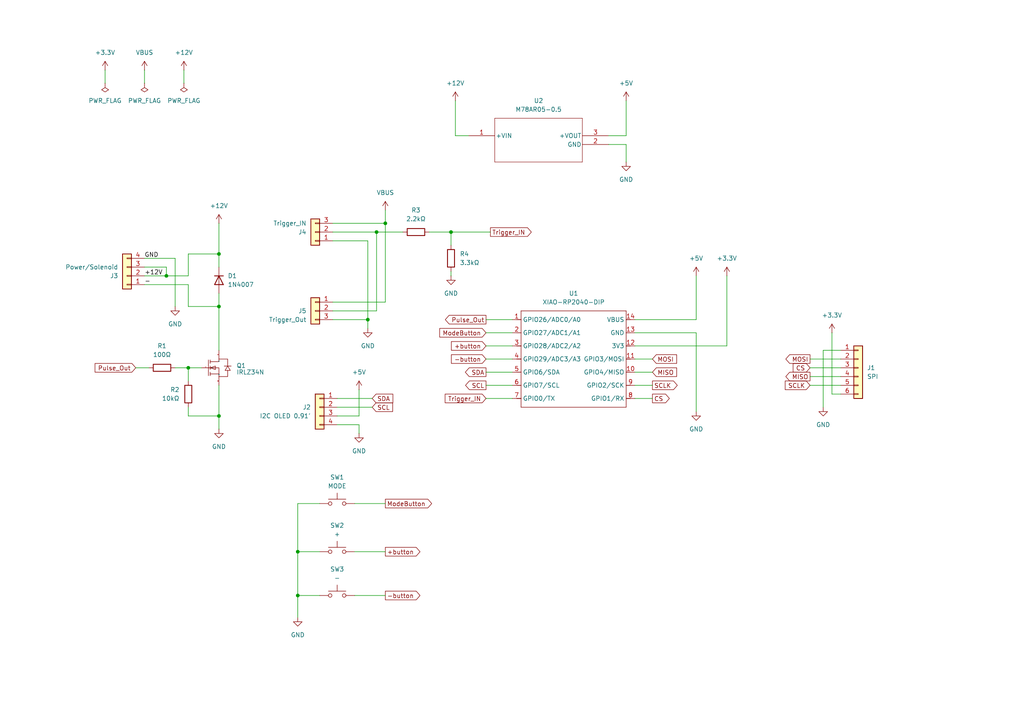
<source format=kicad_sch>
(kicad_sch (version 20231120) (generator "eeschema") (generator_version "8.0")
  (paper "A4")
  (title_block (title "XIAO PluseCreate PCB") (date "2025-02-19") (rev "1.03") (company "Chibi-T International") (comment 1 "Tomohiro Kusu"))
  (lib_symbols
    (symbol "2SK2232:2SK2232"
      (property "Reference" "Q" (at 0 0 0))
      (symbol "2SK2232_1_0"
        (polyline (pts (xy -3.048 2.286) (xy -3.048 -2.286)))
        (polyline (pts (xy -2.54 -2.286) (xy -2.54 -1.27)))
        (polyline (pts (xy -2.54 -0.508) (xy -2.54 0.508)))
        (polyline (pts (xy -2.54 2.286) (xy -2.54 1.27)))
        (polyline (pts (xy 0 -1.778) (xy -2.54 -1.778)))
        (polyline (pts (xy -2.54 0) (xy -1.016 -0.508) (xy -1.016 -0.508) (xy -1.016 0.508) (xy -1.016 0.508) (xy -2.54 0)))
        (polyline (pts (xy 2.54 0.508) (xy 1.778 -0.762) (xy 1.778 -0.762) (xy 3.302 -0.762) (xy 3.302 -0.762) (xy 2.54 0.508)))
        (polyline (pts (xy 3.556 0.508) (xy 3.048 0.508) (xy 3.048 0.508) (xy 2.032 0.508) (xy 2.032 0.508) (xy 1.524 0.508)))
        (polyline (pts (xy -2.54 0) (xy 0 0) (xy 0 0) (xy 0 -2.54) (xy 0 -2.54) (xy 2.54 -2.54) (xy 2.54 -2.54) (xy 2.54 -0.762)))
        (polyline (pts (xy -2.54 1.778) (xy 0 1.778) (xy 0 1.778) (xy 0 2.54) (xy 0 2.54) (xy 2.54 2.54) (xy 2.54 2.54) (xy 2.54 0.508)))
        (pin unspecified line (at -5.08 0 0) (length 2.54) (name "G") (number "1"))
        (pin unspecified line (at 0 5.08 270) (length 2.54) (name "D") (number "2"))
        (pin unspecified line (at 0 -5.08 90) (length 2.54) (name "S") (number "3"))
      )
    )
    (symbol "Connector_Generic:Conn_01x03" (pin_names (offset 1.016) hide)
      (property "Reference" "J" (at 0 5.08 0))
      (property "Value" "Conn_01x03" (at 0 -5.08 0))
      (symbol "Conn_01x03_1_1"
        (rectangle (start -1.27 -2.413) (end 0 -2.667) (stroke (width 0.1524)))
        (rectangle (start -1.27 0.127) (end 0 -0.127) (stroke (width 0.1524)))
        (rectangle (start -1.27 2.667) (end 0 2.413) (stroke (width 0.1524)))
        (rectangle (start -1.27 3.81) (end 1.27 -3.81) (stroke (width 0.254)) (fill (type background)))
        (pin passive line (at -5.08 2.54 0) (length 3.81) (name "Pin_1") (number "1"))
        (pin passive line (at -5.08 0 0) (length 3.81) (name "Pin_2") (number "2"))
        (pin passive line (at -5.08 -2.54 0) (length 3.81) (name "Pin_3") (number "3"))
      )
    )
    (symbol "Connector_Generic:Conn_01x04" (pin_names (offset 1.016) hide)
      (property "Reference" "J" (at 0 5.08 0))
      (property "Value" "Conn_01x04" (at 0 -7.62 0))
      (symbol "Conn_01x04_1_1"
        (rectangle (start -1.27 -4.953) (end 0 -5.207) (stroke (width 0.1524)))
        (rectangle (start -1.27 -2.413) (end 0 -2.667) (stroke (width 0.1524)))
        (rectangle (start -1.27 0.127) (end 0 -0.127) (stroke (width 0.1524)))
        (rectangle (start -1.27 2.667) (end 0 2.413) (stroke (width 0.1524)))
        (rectangle (start -1.27 3.81) (end 1.27 -6.35) (stroke (width 0.254)) (fill (type background)))
        (pin passive line (at -5.08 2.54 0) (length 3.81) (name "Pin_1") (number "1"))
        (pin passive line (at -5.08 0 0) (length 3.81) (name "Pin_2") (number "2"))
        (pin passive line (at -5.08 -2.54 0) (length 3.81) (name "Pin_3") (number "3"))
        (pin passive line (at -5.08 -5.08 0) (length 3.81) (name "Pin_4") (number "4"))
      )
    )
    (symbol "Connector_Generic:Conn_01x06" (pin_names (offset 1.016) hide)
      (property "Reference" "J" (at 0 7.62 0))
      (property "Value" "Conn_01x06" (at 0 -10.16 0))
      (symbol "Conn_01x06_1_1"
        (rectangle (start -1.27 -7.493) (end 0 -7.747) (stroke (width 0.1524)))
        (rectangle (start -1.27 -4.953) (end 0 -5.207) (stroke (width 0.1524)))
        (rectangle (start -1.27 -2.413) (end 0 -2.667) (stroke (width 0.1524)))
        (rectangle (start -1.27 0.127) (end 0 -0.127) (stroke (width 0.1524)))
        (rectangle (start -1.27 2.667) (end 0 2.413) (stroke (width 0.1524)))
        (rectangle (start -1.27 5.207) (end 0 4.953) (stroke (width 0.1524)))
        (rectangle (start -1.27 6.35) (end 1.27 -8.89) (stroke (width 0.254)) (fill (type background)))
        (pin passive line (at -5.08 5.08 0) (length 3.81) (name "Pin_1") (number "1"))
        (pin passive line (at -5.08 2.54 0) (length 3.81) (name "Pin_2") (number "2"))
        (pin passive line (at -5.08 0 0) (length 3.81) (name "Pin_3") (number "3"))
        (pin passive line (at -5.08 -2.54 0) (length 3.81) (name "Pin_4") (number "4"))
        (pin passive line (at -5.08 -5.08 0) (length 3.81) (name "Pin_5") (number "5"))
        (pin passive line (at -5.08 -7.62 0) (length 3.81) (name "Pin_6") (number "6"))
      )
    )
    (symbol "Device:R" (pin_numbers hide) (pin_names (offset 0))
      (property "Reference" "R" (at 2.032 0 90))
      (property "Value" "R" (at 0 0 90))
      (symbol "R_0_1"
        (rectangle (start -1.016 -2.54) (end 1.016 2.54) (stroke (width 0.254)))
      )
      (symbol "R_1_1"
        (pin passive line (at 0 3.81 270) (length 1.27) (name "~") (number "1"))
        (pin passive line (at 0 -3.81 90) (length 1.27) (name "~") (number "2"))
      )
    )
    (symbol "Diode:1N4007" (pin_numbers hide) (pin_names hide)
      (property "Reference" "D" (at 0 2.54 0))
      (property "Value" "1N4007" (at 0 -2.54 0))
      (symbol "1N4007_0_1"
        (polyline (pts (xy -1.27 1.27) (xy -1.27 -1.27)) (stroke (width 0.254)))
        (polyline (pts (xy 1.27 0) (xy -1.27 0)))
        (polyline (pts (xy 1.27 1.27) (xy 1.27 -1.27) (xy -1.27 0) (xy 1.27 1.27)) (stroke (width 0.254)))
      )
      (symbol "1N4007_1_1"
        (pin passive line (at -3.81 0 0) (length 2.54) (name "K") (number "1"))
        (pin passive line (at 3.81 0 180) (length 2.54) (name "A") (number "2"))
      )
    )
    (symbol "M78AR05-0.5:M78AR05-0.5" (pin_names (offset 0.254))
      (property "Reference" "U2" (at 20.32 10.16 0))
      (property "Value" "M78AR05-0.5" (at 20.32 7.62 0))
      (symbol "M78AR05-0.5_0_1"
        (polyline (pts (xy 7.62 -7.62) (xy 33.02 -7.62)) (stroke (width 0.127)))
        (polyline (pts (xy 7.62 5.08) (xy 7.62 -7.62)) (stroke (width 0.127)))
        (polyline (pts (xy 33.02 -7.62) (xy 33.02 5.08)) (stroke (width 0.127)))
        (polyline (pts (xy 33.02 5.08) (xy 7.62 5.08)) (stroke (width 0.127)))
        (pin power_in line (at 0 0 0) (length 7.62) (name "+VIN") (number "1"))
        (pin power_out line (at 40.64 -2.54 180) (length 7.62) (name "GND") (number "2"))
      )
      (symbol "M78AR05-0.5_1_1"
        (pin power_out line (at 40.64 0 180) (length 7.62) (name "+VOUT") (number "3"))
      )
    )
    (symbol "Seeed_Studio_XIAO_Series:XIAO-RP2040-DIP"
      (property "Reference" "U" (at 0 0 0))
      (property "Value" "XIAO-RP2040-DIP" (at 5.334 -1.778 0))
      (symbol "XIAO-RP2040-DIP_1_0"
        (polyline (pts (xy -1.27 -30.48) (xy -1.27 -16.51)) (stroke (width 0.1524)))
        (polyline (pts (xy -1.27 -27.94) (xy -2.54 -27.94)) (stroke (width 0.1524)))
        (polyline (pts (xy -1.27 -24.13) (xy -2.54 -24.13)) (stroke (width 0.1524)))
        (polyline (pts (xy -1.27 -20.32) (xy -2.54 -20.32)) (stroke (width 0.1524)))
        (polyline (pts (xy -1.27 -16.51) (xy -2.54 -16.51)) (stroke (width 0.1524)))
        (polyline (pts (xy -1.27 -16.51) (xy -1.27 -12.7)) (stroke (width 0.1524)))
        (polyline (pts (xy -1.27 -12.7) (xy -2.54 -12.7)) (stroke (width 0.1524)))
        (polyline (pts (xy -1.27 -12.7) (xy -1.27 -8.89)) (stroke (width 0.1524)))
        (polyline (pts (xy -1.27 -8.89) (xy -2.54 -8.89)) (stroke (width 0.1524)))
        (polyline (pts (xy -1.27 -8.89) (xy -1.27 -5.08)) (stroke (width 0.1524)))
        (polyline (pts (xy -1.27 -5.08) (xy -2.54 -5.08)) (stroke (width 0.1524)))
        (polyline (pts (xy -1.27 -5.08) (xy -1.27 -2.54)) (stroke (width 0.1524)))
        (polyline (pts (xy -1.27 -2.54) (xy 29.21 -2.54)) (stroke (width 0.1524)))
        (polyline (pts (xy 29.21 -30.48) (xy -1.27 -30.48)) (stroke (width 0.1524)))
        (polyline (pts (xy 29.21 -12.7) (xy 29.21 -30.48)) (stroke (width 0.1524)))
        (polyline (pts (xy 29.21 -8.89) (xy 29.21 -12.7)) (stroke (width 0.1524)))
        (polyline (pts (xy 29.21 -5.08) (xy 29.21 -8.89)) (stroke (width 0.1524)))
        (polyline (pts (xy 29.21 -2.54) (xy 29.21 -5.08)) (stroke (width 0.1524)))
        (polyline (pts (xy 30.48 -27.94) (xy 29.21 -27.94)) (stroke (width 0.1524)))
        (polyline (pts (xy 30.48 -24.13) (xy 29.21 -24.13)) (stroke (width 0.1524)))
        (polyline (pts (xy 30.48 -20.32) (xy 29.21 -20.32)) (stroke (width 0.1524)))
        (polyline (pts (xy 30.48 -16.51) (xy 29.21 -16.51)) (stroke (width 0.1524)))
        (polyline (pts (xy 30.48 -12.7) (xy 29.21 -12.7)) (stroke (width 0.1524)))
        (polyline (pts (xy 30.48 -8.89) (xy 29.21 -8.89)) (stroke (width 0.1524)))
        (polyline (pts (xy 30.48 -5.08) (xy 29.21 -5.08)) (stroke (width 0.1524)))
        (pin passive line (at -3.81 -5.08 0) (length 2.54) (name "GPIO26/ADC0/A0") (number "1"))
        (pin passive line (at 31.75 -20.32 180) (length 2.54) (name "GPIO4/MISO") (number "10"))
        (pin passive line (at 31.75 -16.51 180) (length 2.54) (name "GPIO3/MOSI") (number "11"))
        (pin passive line (at 31.75 -12.7 180) (length 2.54) (name "3V3") (number "12"))
        (pin passive line (at 31.75 -8.89 180) (length 2.54) (name "GND") (number "13"))
        (pin passive line (at 31.75 -5.08 180) (length 2.54) (name "VBUS") (number "14"))
        (pin passive line (at -3.81 -8.89 0) (length 2.54) (name "GPIO27/ADC1/A1") (number "2"))
        (pin passive line (at -3.81 -12.7 0) (length 2.54) (name "GPIO28/ADC2/A2") (number "3"))
        (pin passive line (at -3.81 -16.51 0) (length 2.54) (name "GPIO29/ADC3/A3") (number "4"))
        (pin passive line (at -3.81 -20.32 0) (length 2.54) (name "GPIO6/SDA") (number "5"))
        (pin passive line (at -3.81 -24.13 0) (length 2.54) (name "GPIO7/SCL") (number "6"))
        (pin passive line (at -3.81 -27.94 0) (length 2.54) (name "GPIO0/TX") (number "7"))
        (pin passive line (at 31.75 -27.94 180) (length 2.54) (name "GPIO1/RX") (number "8"))
        (pin passive line (at 31.75 -24.13 180) (length 2.54) (name "GPIO2/SCK") (number "9"))
      )
    )
    (symbol "Switch:SW_Push" (pin_numbers hide) (pin_names (offset 1.016) hide)
      (property "Reference" "SW" (at 1.27 2.54 0))
      (property "Value" "SW_Push" (at 0 -1.524 0))
      (symbol "SW_Push_0_1"
        (circle (center -2.032 0) (radius 0.508))
        (polyline (pts (xy 0 1.27) (xy 0 3.048)))
        (polyline (pts (xy 2.54 1.27) (xy -2.54 1.27)))
        (circle (center 2.032 0) (radius 0.508))
        (pin passive line (at -5.08 0 0) (length 2.54) (name "1") (number "1"))
        (pin passive line (at 5.08 0 180) (length 2.54) (name "2") (number "2"))
      )
    )
    (symbol "power:+12V" (power) (pin_numbers hide) (pin_names (offset 0) hide)
      (property "Value" "+12V" (at 0 3.556 0))
      (symbol "+12V_0_1"
        (polyline (pts (xy -0.762 1.27) (xy 0 2.54)))
        (polyline (pts (xy 0 0) (xy 0 2.54)))
        (polyline (pts (xy 0 2.54) (xy 0.762 1.27)))
      )
      (symbol "+12V_1_1"
        (pin power_in line (at 0 0 90) (length 0) (name "~") (number "1"))
      )
    )
    (symbol "power:+3.3V" (power) (pin_numbers hide) (pin_names (offset 0) hide)
      (property "Value" "+3.3V" (at 0 3.556 0))
      (symbol "+3.3V_0_1"
        (polyline (pts (xy -0.762 1.27) (xy 0 2.54)))
        (polyline (pts (xy 0 0) (xy 0 2.54)))
        (polyline (pts (xy 0 2.54) (xy 0.762 1.27)))
      )
      (symbol "+3.3V_1_1"
        (pin power_in line (at 0 0 90) (length 0) (name "~") (number "1"))
      )
    )
    (symbol "power:+5V" (power) (pin_numbers hide) (pin_names (offset 0) hide)
      (property "Value" "+5V" (at 0 3.556 0))
      (symbol "+5V_0_1"
        (polyline (pts (xy -0.762 1.27) (xy 0 2.54)))
        (polyline (pts (xy 0 0) (xy 0 2.54)))
        (polyline (pts (xy 0 2.54) (xy 0.762 1.27)))
      )
      (symbol "+5V_1_1"
        (pin power_in line (at 0 0 90) (length 0) (name "~") (number "1"))
      )
    )
    (symbol "power:GND" (power) (pin_numbers hide) (pin_names (offset 0) hide)
      (property "Value" "GND" (at 0 -3.81 0))
      (symbol "GND_0_1"
        (polyline (pts (xy 0 0) (xy 0 -1.27) (xy 1.27 -1.27) (xy 0 -2.54) (xy -1.27 -1.27) (xy 0 -1.27)))
      )
      (symbol "GND_1_1"
        (pin power_in line (at 0 0 270) (length 0) (name "~") (number "1"))
      )
    )
    (symbol "power:PWR_FLAG" (power) (pin_numbers hide) (pin_names (offset 0) hide)
      (property "Value" "PWR_FLAG" (at 0 3.81 0))
      (symbol "PWR_FLAG_0_0"
        (pin power_out line (at 0 0 90) (length 0) (name "~") (number "1"))
      )
      (symbol "PWR_FLAG_0_1"
        (polyline (pts (xy 0 0) (xy 0 1.27) (xy -1.016 1.905) (xy 0 2.54) (xy 1.016 1.905) (xy 0 1.27)))
      )
    )
    (symbol "power:VBUS" (power) (pin_numbers hide) (pin_names (offset 0) hide)
      (property "Value" "VBUS" (at 0 3.556 0))
      (symbol "VBUS_0_1"
        (polyline (pts (xy -0.762 1.27) (xy 0 2.54)))
        (polyline (pts (xy 0 0) (xy 0 2.54)))
        (polyline (pts (xy 0 2.54) (xy 0.762 1.27)))
      )
      (symbol "VBUS_1_1"
        (pin power_in line (at 0 0 90) (length 0) (name "~") (number "1"))
      )
    )
  )
  (junction (at 63.5 88.9))
  (junction (at 48.26 80.01))
  (junction (at 106.68 92.71))
  (junction (at 86.36 160.02))
  (junction (at 130.81 67.31))
  (junction (at 111.76 64.77))
  (junction (at 109.22 67.31))
  (junction (at 54.61 106.68))
  (junction (at 63.5 120.65))
  (junction (at 63.5 73.66))
  (junction (at 86.36 172.72))
  (wire (pts (xy 86.36 146.05) (xy 86.36 160.02)))
  (wire (pts (xy 63.5 88.9) (xy 63.5 101.6)))
  (wire (pts (xy 48.26 80.01) (xy 54.61 80.01)))
  (wire (pts (xy 106.68 69.85) (xy 106.68 92.71)))
  (wire (pts (xy 140.97 96.52) (xy 148.59 96.52)))
  (wire (pts (xy 106.68 92.71) (xy 106.68 95.25)))
  (wire (pts (xy 54.61 88.9) (xy 63.5 88.9)))
  (wire (pts (xy 184.15 111.76) (xy 189.23 111.76)))
  (wire (pts (xy 181.61 29.21) (xy 181.61 39.37)))
  (wire (pts (xy 241.3 96.52) (xy 241.3 114.3)))
  (wire (pts (xy 132.08 29.21) (xy 132.08 39.37)))
  (wire (pts (xy 140.97 115.57) (xy 148.59 115.57)))
  (wire (pts (xy 48.26 77.47) (xy 48.26 80.01)))
  (wire (pts (xy 54.61 120.65) (xy 63.5 120.65)))
  (wire (pts (xy 86.36 172.72) (xy 86.36 179.07)))
  (wire (pts (xy 201.93 92.71) (xy 184.15 92.71)))
  (wire (pts (xy 181.61 41.91) (xy 176.53 41.91)))
  (wire (pts (xy 184.15 104.14) (xy 189.23 104.14)))
  (wire (pts (xy 111.76 160.02) (xy 102.87 160.02)))
  (wire (pts (xy 104.14 113.03) (xy 104.14 120.65)))
  (wire (pts (xy 234.95 104.14) (xy 243.84 104.14)))
  (wire (pts (xy 234.95 106.68) (xy 243.84 106.68)))
  (wire (pts (xy 124.46 67.31) (xy 130.81 67.31)))
  (wire (pts (xy 41.91 24.13) (xy 41.91 20.32)))
  (wire (pts (xy 41.91 74.93) (xy 50.8 74.93)))
  (wire (pts (xy 96.52 87.63) (xy 111.76 87.63)))
  (wire (pts (xy 184.15 115.57) (xy 189.23 115.57)))
  (wire (pts (xy 140.97 100.33) (xy 148.59 100.33)))
  (wire (pts (xy 238.76 118.11) (xy 238.76 101.6)))
  (wire (pts (xy 54.61 106.68) (xy 54.61 110.49)))
  (wire (pts (xy 210.82 80.01) (xy 210.82 100.33)))
  (wire (pts (xy 184.15 107.95) (xy 189.23 107.95)))
  (wire (pts (xy 92.71 172.72) (xy 86.36 172.72)))
  (wire (pts (xy 201.93 96.52) (xy 201.93 119.38)))
  (wire (pts (xy 132.08 39.37) (xy 135.89 39.37)))
  (wire (pts (xy 140.97 92.71) (xy 148.59 92.71)))
  (wire (pts (xy 54.61 73.66) (xy 63.5 73.66)))
  (wire (pts (xy 238.76 101.6) (xy 243.84 101.6)))
  (wire (pts (xy 96.52 92.71) (xy 106.68 92.71)))
  (wire (pts (xy 111.76 172.72) (xy 102.87 172.72)))
  (wire (pts (xy 39.37 106.68) (xy 43.18 106.68)))
  (wire (pts (xy 50.8 106.68) (xy 54.61 106.68)))
  (wire (pts (xy 48.26 77.47) (xy 41.91 77.47)))
  (wire (pts (xy 30.48 24.13) (xy 30.48 20.32)))
  (wire (pts (xy 92.71 146.05) (xy 86.36 146.05)))
  (wire (pts (xy 130.81 78.74) (xy 130.81 80.01)))
  (wire (pts (xy 130.81 67.31) (xy 142.24 67.31)))
  (wire (pts (xy 97.79 118.11) (xy 107.95 118.11)))
  (wire (pts (xy 54.61 80.01) (xy 54.61 73.66)))
  (wire (pts (xy 50.8 74.93) (xy 50.8 88.9)))
  (wire (pts (xy 41.91 82.55) (xy 54.61 82.55)))
  (wire (pts (xy 53.34 24.13) (xy 53.34 20.32)))
  (wire (pts (xy 63.5 111.76) (xy 63.5 120.65)))
  (wire (pts (xy 234.95 111.76) (xy 243.84 111.76)))
  (wire (pts (xy 54.61 82.55) (xy 54.61 88.9)))
  (wire (pts (xy 201.93 80.01) (xy 201.93 92.71)))
  (wire (pts (xy 104.14 123.19) (xy 97.79 123.19)))
  (wire (pts (xy 181.61 39.37) (xy 176.53 39.37)))
  (wire (pts (xy 104.14 120.65) (xy 97.79 120.65)))
  (wire (pts (xy 63.5 120.65) (xy 63.5 124.46)))
  (wire (pts (xy 140.97 104.14) (xy 148.59 104.14)))
  (wire (pts (xy 184.15 96.52) (xy 201.93 96.52)))
  (wire (pts (xy 234.95 109.22) (xy 243.84 109.22)))
  (wire (pts (xy 111.76 60.96) (xy 111.76 64.77)))
  (wire (pts (xy 111.76 64.77) (xy 111.76 87.63)))
  (wire (pts (xy 86.36 160.02) (xy 86.36 172.72)))
  (wire (pts (xy 63.5 64.77) (xy 63.5 73.66)))
  (wire (pts (xy 63.5 88.9) (xy 63.5 85.09)))
  (wire (pts (xy 181.61 41.91) (xy 181.61 46.99)))
  (wire (pts (xy 130.81 71.12) (xy 130.81 67.31)))
  (wire (pts (xy 109.22 67.31) (xy 116.84 67.31)))
  (wire (pts (xy 241.3 114.3) (xy 243.84 114.3)))
  (wire (pts (xy 148.59 111.76) (xy 140.97 111.76)))
  (wire (pts (xy 210.82 100.33) (xy 184.15 100.33)))
  (wire (pts (xy 104.14 125.73) (xy 104.14 123.19)))
  (wire (pts (xy 109.22 67.31) (xy 109.22 90.17)))
  (wire (pts (xy 92.71 160.02) (xy 86.36 160.02)))
  (wire (pts (xy 111.76 146.05) (xy 102.87 146.05)))
  (wire (pts (xy 96.52 64.77) (xy 111.76 64.77)))
  (wire (pts (xy 54.61 118.11) (xy 54.61 120.65)))
  (wire (pts (xy 97.79 115.57) (xy 107.95 115.57)))
  (wire (pts (xy 54.61 106.68) (xy 58.42 106.68)))
  (wire (pts (xy 96.52 67.31) (xy 109.22 67.31)))
  (wire (pts (xy 96.52 69.85) (xy 106.68 69.85)))
  (wire (pts (xy 63.5 73.66) (xy 63.5 77.47)))
  (wire (pts (xy 140.97 107.95) (xy 148.59 107.95)))
  (wire (pts (xy 96.52 90.17) (xy 109.22 90.17)))
  (wire (pts (xy 48.26 80.01) (xy 41.91 80.01)))
  (label "GND" (at 41.91 74.93 0))
  (label "-" (at 41.91 82.55 0))
  (label "+12V" (at 41.91 80.01 0))
  (global_label "SCL" (shape output) (at 140.97 111.76 180) (property "Intersheetrefs" "${INTERSHEET_REFS}" (effects (hide yes))))
  (global_label "Pulse_Out" (shape output) (at 140.97 92.71 180) (property "Intersheetrefs" "${INTERSHEET_REFS}" (effects (hide yes))))
  (global_label "+button" (shape input) (at 140.97 100.33 180) (property "Intersheetrefs" "${INTERSHEET_REFS}" (effects (hide yes))))
  (global_label "SCLK" (shape output) (at 189.23 111.76 0) (property "Intersheetrefs" "${INTERSHEET_REFS}" (effects (hide yes))))
  (global_label "ModeButton" (shape input) (at 140.97 96.52 180) (property "Intersheetrefs" "${INTERSHEET_REFS}" (effects (hide yes))))
  (global_label "-button" (shape output) (at 111.76 172.72 0) (property "Intersheetrefs" "${INTERSHEET_REFS}" (effects (hide yes))))
  (global_label "SCLK" (shape input) (at 234.95 111.76 180) (property "Intersheetrefs" "${INTERSHEET_REFS}" (effects (hide yes))))
  (global_label "MISO" (shape input) (at 189.23 107.95 0) (property "Intersheetrefs" "${INTERSHEET_REFS}" (effects (hide yes))))
  (global_label "ModeButton" (shape output) (at 111.76 146.05 0) (property "Intersheetrefs" "${INTERSHEET_REFS}" (effects (hide yes))))
  (global_label "SDA" (shape output) (at 140.97 107.95 180) (property "Intersheetrefs" "${INTERSHEET_REFS}" (effects (hide yes))))
  (global_label "CS" (shape input) (at 234.95 106.68 180) (property "Intersheetrefs" "${INTERSHEET_REFS}" (effects (hide yes))))
  (global_label "MISO" (shape output) (at 234.95 109.22 180) (property "Intersheetrefs" "${INTERSHEET_REFS}" (effects (hide yes))))
  (global_label "-button" (shape input) (at 140.97 104.14 180) (property "Intersheetrefs" "${INTERSHEET_REFS}" (effects (hide yes))))
  (global_label "MOSI" (shape input) (at 189.23 104.14 0) (property "Intersheetrefs" "${INTERSHEET_REFS}" (effects (hide yes))))
  (global_label "Trigger_IN" (shape input) (at 140.97 115.57 180) (property "Intersheetrefs" "${INTERSHEET_REFS}" (effects (hide yes))))
  (global_label "SCL" (shape input) (at 107.95 118.11 0) (property "Intersheetrefs" "${INTERSHEET_REFS}" (effects (hide yes))))
  (global_label "SDA" (shape input) (at 107.95 115.57 0) (property "Intersheetrefs" "${INTERSHEET_REFS}" (effects (hide yes))))
  (global_label "+button" (shape output) (at 111.76 160.02 0) (property "Intersheetrefs" "${INTERSHEET_REFS}" (effects (hide yes))))
  (global_label "Trigger_IN" (shape output) (at 142.24 67.31 0) (property "Intersheetrefs" "${INTERSHEET_REFS}" (effects (hide yes))))
  (global_label "MOSI" (shape output) (at 234.95 104.14 180) (property "Intersheetrefs" "${INTERSHEET_REFS}" (effects (hide yes))))
  (global_label "Pulse_Out" (shape input) (at 39.37 106.68 180) (property "Intersheetrefs" "${INTERSHEET_REFS}" (effects (hide yes))))
  (global_label "CS" (shape output) (at 189.23 115.57 0) (property "Intersheetrefs" "${INTERSHEET_REFS}" (effects (hide yes))))
  (symbol (lib_id "power:PWR_FLAG") (at 30.48 24.13 0) (mirror x) (unit 1)
    (property "Reference" "#FLG03" (effects (hide yes)))
    (property "Value" "PWR_FLAG" (at 30.48 29.21 0))
    (property "Description" "Special symbol for telling ERC where power comes from" (effects (hide yes)))
  )
  (symbol (lib_id "power:+3.3V") (at 241.3 96.52 0) (unit 1)
    (property "Reference" "#PWR012" (effects (hide yes)))
    (property "Value" "+3.3V" (at 241.3 91.44 0))
    (property "Description" "Power symbol creates a global label with name \"+3.3V\"" (effects (hide yes)))
  )
  (symbol (lib_id "power:VBUS") (at 41.91 20.32 0) (unit 1)
    (property "Reference" "#PWR02" (effects (hide yes)))
    (property "Value" "VBUS" (at 41.91 15.24 0))
    (property "Description" "Power symbol creates a global label with name \"VBUS\"" (effects (hide yes)))
  )
  (symbol (lib_id "M78AR05-0.5:M78AR05-0.5") (at 135.89 39.37 0) (unit 1)
    (property "Reference" "U2" (at 156.21 29.21 0))
    (property "Value" "M78AR05-0.5" (at 156.21 31.75 0))
    (property "Footprint" "footprints:SIP3_M78AR-0.5_MIN" (effects (hide yes)))
    (property "Datasheet" "https://power.murata.com/data/power/oki-78sr.pdf" (effects (hide yes)))
    (property "Description" "1.5A Step-Down DC/DC-Regulator, 7-36V input, 5V fixed Output Voltage, LM78xx replacement, -40°C to +85°C, OKI-78SR_Vertical" (effects (hide yes)))
  )
  (symbol (lib_id "Switch:SW_Push") (at 97.79 160.02 0) (mirror y) (unit 1)
    (property "Reference" "SW2" (at 97.79 152.4 0))
    (property "Value" "+" (at 97.79 154.94 0))
    (property "Footprint" "Button_Switch_THT:SW_PUSH_1P1T_6x3.5mm_H4.3_APEM_MJTP1243" (effects (hide yes)))
    (property "Description" "Push button switch, generic, two pins" (effects (hide yes)))
  )
  (symbol (lib_id "Seeed_Studio_XIAO_Series:XIAO-RP2040-DIP") (at 152.4 87.63 0) (unit 1)
    (property "Reference" "U1" (at 166.37 85.09 0))
    (property "Value" "XIAO-RP2040-DIP" (at 166.37 87.63 0))
    (property "Footprint" "Seeed Studio XIAO Series Library:XIAO-RP2040-DIP" (effects (hide yes)))
  )
  (symbol (lib_id "power:+12V") (at 132.08 29.21 0) (unit 1)
    (property "Reference" "#PWR07" (effects (hide yes)))
    (property "Value" "+12V" (at 132.08 24.13 0))
    (property "Description" "Power symbol creates a global label with name \"+12V\"" (effects (hide yes)))
  )
  (symbol (lib_id "Device:R") (at 46.99 106.68 90) (unit 1)
    (property "Reference" "R1" (at 46.99 100.33 90))
    (property "Value" "100Ω" (at 46.99 102.87 90))
    (property "Footprint" "Resistor_THT:R_Axial_DIN0207_L6.3mm_D2.5mm_P10.16mm_Horizontal" (effects (hide yes)))
    (property "Description" "Resistor" (effects (hide yes)))
  )
  (symbol (lib_id "power:PWR_FLAG") (at 53.34 24.13 0) (mirror x) (unit 1)
    (property "Reference" "#FLG01" (effects (hide yes)))
    (property "Value" "PWR_FLAG" (at 53.34 29.21 0))
    (property "Description" "Special symbol for telling ERC where power comes from" (effects (hide yes)))
  )
  (symbol (lib_id "power:+5V") (at 181.61 29.21 0) (unit 1)
    (property "Reference" "#PWR09" (effects (hide yes)))
    (property "Value" "+5V" (at 181.61 24.13 0))
    (property "Description" "Power symbol creates a global label with name \"+5V\"" (effects (hide yes)))
  )
  (symbol (lib_id "power:+5V") (at 201.93 80.01 0) (unit 1)
    (property "Reference" "#PWR03" (effects (hide yes)))
    (property "Value" "+5V" (at 201.93 74.93 0))
    (property "Description" "Power symbol creates a global label with name \"+5V\"" (effects (hide yes)))
  )
  (symbol (lib_id "power:+3.3V") (at 30.48 20.32 0) (unit 1)
    (property "Reference" "#PWR01" (effects (hide yes)))
    (property "Value" "+3.3V" (at 30.48 15.24 0))
    (property "Description" "Power symbol creates a global label with name \"+3.3V\"" (effects (hide yes)))
  )
  (symbol (lib_id "Device:R") (at 130.81 74.93 180) (unit 1)
    (property "Reference" "R4" (at 133.35 73.6599 0) (effects (justify right)))
    (property "Value" "3.3kΩ" (at 133.35 76.1999 0) (effects (justify right)))
    (property "Footprint" "Resistor_THT:R_Axial_DIN0207_L6.3mm_D2.5mm_P10.16mm_Horizontal" (effects (hide yes)))
    (property "Description" "Resistor" (effects (hide yes)))
  )
  (symbol (lib_id "Diode:1N4007") (at 63.5 81.28 270) (unit 1)
    (property "Reference" "D1" (at 66.04 80.0099 90) (effects (justify left)))
    (property "Value" "1N4007" (at 66.04 82.5499 90) (effects (justify left)))
    (property "Footprint" "Diode_THT:D_DO-41_SOD81_P10.16mm_Horizontal" (effects (hide yes)))
    (property "Datasheet" "http://www.vishay.com/docs/88503/1n4001.pdf" (effects (hide yes)))
    (property "Description" "1000V 1A General Purpose Rectifier Diode, DO-41" (effects (hide yes)))
    (property "Sim.Device" "D" (effects (hide yes)))
    (property "Sim.Pins" "1=K 2=A" (effects (hide yes)))
  )
  (symbol (lib_id "power:GND") (at 181.61 46.99 0) (unit 1)
    (property "Reference" "#PWR08" (effects (hide yes)))
    (property "Value" "GND" (at 181.61 52.07 0))
    (property "Description" "Power symbol creates a global label with name \"GND\" , ground" (effects (hide yes)))
  )
  (symbol (lib_id "power:GND") (at 63.5 124.46 0) (unit 1)
    (property "Reference" "#PWR022" (effects (hide yes)))
    (property "Value" "GND" (at 63.5 129.54 0))
    (property "Description" "Power symbol creates a global label with name \"GND\" , ground" (effects (hide yes)))
  )
  (symbol (lib_id "Device:R") (at 54.61 114.3 0) (mirror x) (unit 1)
    (property "Reference" "R2" (at 52.07 113.0299 0) (effects (justify right)))
    (property "Value" "10kΩ" (at 52.07 115.5699 0) (effects (justify right)))
    (property "Footprint" "Resistor_THT:R_Axial_DIN0207_L6.3mm_D2.5mm_P10.16mm_Horizontal" (effects (hide yes)))
    (property "Description" "Resistor" (effects (hide yes)))
  )
  (symbol (lib_id "Connector_Generic:Conn_01x03") (at 91.44 67.31 180) (unit 1)
    (property "Reference" "J4" (at 88.9 67.3101 0) (effects (justify left)))
    (property "Value" "Trigger_IN" (at 88.9 64.7701 0) (effects (justify left)))
    (property "Footprint" "Connector_JST:JST_XH_B3B-XH-A_1x03_P2.50mm_Vertical" (effects (hide yes)))
    (property "Description" "Generic connector, single row, 01x03, script generated (kicad-library-utils/schlib/autogen/connector/)" (effects (hide yes)))
  )
  (symbol (lib_id "power:GND") (at 238.76 118.11 0) (unit 1)
    (property "Reference" "#PWR010" (effects (hide yes)))
    (property "Value" "GND" (at 238.76 123.19 0))
    (property "Description" "Power symbol creates a global label with name \"GND\" , ground" (effects (hide yes)))
  )
  (symbol (lib_id "power:+12V") (at 63.5 64.77 0) (unit 1)
    (property "Reference" "#PWR023" (effects (hide yes)))
    (property "Value" "+12V" (at 63.5 59.69 0))
    (property "Description" "Power symbol creates a global label with name \"+12V\"" (effects (hide yes)))
  )
  (symbol (lib_id "power:GND") (at 50.8 88.9 0) (unit 1)
    (property "Reference" "#PWR017" (effects (hide yes)))
    (property "Value" "GND" (at 50.8 93.98 0))
    (property "Description" "Power symbol creates a global label with name \"GND\" , ground" (effects (hide yes)))
  )
  (symbol (lib_id "power:GND") (at 106.68 95.25 0) (unit 1)
    (property "Reference" "#PWR021" (effects (hide yes)))
    (property "Value" "GND" (at 106.68 100.33 0))
    (property "Description" "Power symbol creates a global label with name \"GND\" , ground" (effects (hide yes)))
  )
  (symbol (lib_id "power:PWR_FLAG") (at 41.91 24.13 0) (mirror x) (unit 1)
    (property "Reference" "#FLG02" (effects (hide yes)))
    (property "Value" "PWR_FLAG" (at 41.91 29.21 0))
    (property "Description" "Special symbol for telling ERC where power comes from" (effects (hide yes)))
  )
  (symbol (lib_id "power:VBUS") (at 111.76 60.96 0) (unit 1)
    (property "Reference" "#PWR019" (effects (hide yes)))
    (property "Value" "VBUS" (at 111.76 55.88 0))
    (property "Description" "Power symbol creates a global label with name \"VBUS\"" (effects (hide yes)))
  )
  (symbol (lib_id "Device:R") (at 120.65 67.31 90) (unit 1)
    (property "Reference" "R3" (at 120.65 60.96 90))
    (property "Value" "2.2kΩ" (at 120.65 63.5 90))
    (property "Footprint" "Resistor_THT:R_Axial_DIN0207_L6.3mm_D2.5mm_P10.16mm_Horizontal" (effects (hide yes)))
    (property "Description" "Resistor" (effects (hide yes)))
  )
  (symbol (lib_id "2SK2232:2SK2232") (at 63.5 106.68 0) (unit 1)
    (property "Reference" "Q1" (at 68.58 106.0449 0) (effects (justify left)))
    (property "Value" "IRLZ34N" (at 68.58 107.95 0) (effects (justify left)))
    (property "Footprint" "2SK2232:TO-220F-3_L10.2-W4.7-P2.54-L" (effects (hide yes)))
    (property "Datasheet" "https://atta.szlcsc.com/upload/public/pdf/source/20240815/EA6D6A2C94424CC41A98C1772EC96547.pdf" (effects (hide yes)))
    (property "Description" "Type:1 N-Channel Drain Source Voltage (Vdss): Continuous Drain Current (Id): Drain Source On Resistance (RDS(on)@Vgs,Id):- Power Dissipation (Pd): Gate Threshold Voltage (Vgs(th)@Id):3V@250uA Total Gate Charge (Qg@Vgs):95nC@10V Reverse Transfer Capacitanc" (effects (hide yes)))
    (property "Manufacturer Part" "2SK2232-VB" (effects (hide yes)))
    (property "Manufacturer" "VBsemi(微碧半导体)" (effects (hide yes)))
    (property "Supplier Part" "C709586" (effects (hide yes)))
    (property "Supplier" "LCSC" (effects (hide yes)))
    (property "LCSC Part Name" "1个N沟道 耐压:60V 电流:45A" (effects (hide yes)))
  )
  (symbol (lib_id "power:GND") (at 201.93 119.38 0) (unit 1)
    (property "Reference" "#PWR04" (effects (hide yes)))
    (property "Value" "GND" (at 201.93 124.46 0))
    (property "Description" "Power symbol creates a global label with name \"GND\" , ground" (effects (hide yes)))
  )
  (symbol (lib_id "power:GND") (at 104.14 125.73 0) (unit 1)
    (property "Reference" "#PWR014" (effects (hide yes)))
    (property "Value" "GND" (at 104.14 130.81 0))
    (property "Description" "Power symbol creates a global label with name \"GND\" , ground" (effects (hide yes)))
  )
  (symbol (lib_id "Switch:SW_Push") (at 97.79 146.05 0) (mirror y) (unit 1)
    (property "Reference" "SW1" (at 97.79 138.43 0))
    (property "Value" "MODE" (at 97.79 140.97 0))
    (property "Footprint" "Button_Switch_THT:SW_PUSH_1P1T_6x3.5mm_H4.3_APEM_MJTP1243" (effects (hide yes)))
    (property "Description" "Push button switch, generic, two pins" (effects (hide yes)))
  )
  (symbol (lib_id "power:+5V") (at 104.14 113.03 0) (unit 1)
    (property "Reference" "#PWR013" (effects (hide yes)))
    (property "Value" "+5V" (at 104.14 107.95 0))
    (property "Description" "Power symbol creates a global label with name \"+5V\"" (effects (hide yes)))
  )
  (symbol (lib_id "power:+3.3V") (at 210.82 80.01 0) (unit 1)
    (property "Reference" "#PWR011" (effects (hide yes)))
    (property "Value" "+3.3V" (at 210.82 74.93 0))
    (property "Description" "Power symbol creates a global label with name \"+3.3V\"" (effects (hide yes)))
  )
  (symbol (lib_id "Connector_Generic:Conn_01x06") (at 248.92 106.68 0) (unit 1)
    (property "Reference" "J1" (at 251.46 106.6799 0) (effects (justify left)))
    (property "Value" "SPI" (at 251.46 109.2199 0) (effects (justify left)))
    (property "Footprint" "Connector_PinSocket_2.54mm:PinSocket_1x06_P2.54mm_Vertical" (effects (hide yes)))
    (property "Description" "Generic connector, single row, 01x06, script generated (kicad-library-utils/schlib/autogen/connector/)" (effects (hide yes)))
  )
  (symbol (lib_id "power:GND") (at 86.36 179.07 0) (mirror y) (unit 1)
    (property "Reference" "#PWR015" (effects (hide yes)))
    (property "Value" "GND" (at 86.36 184.15 0))
    (property "Description" "Power symbol creates a global label with name \"GND\" , ground" (effects (hide yes)))
  )
  (symbol (lib_id "Connector_Generic:Conn_01x04") (at 36.83 80.01 180) (unit 1)
    (property "Reference" "J3" (at 34.29 80.0101 0) (effects (justify left)))
    (property "Value" "Power/Solenoid" (at 34.29 77.4701 0) (effects (justify left)))
    (property "Footprint" "ML-950:ML-950-4P" (effects (hide yes)))
    (property "Description" "Generic connector, single row, 01x04, script generated (kicad-library-utils/schlib/autogen/connector/)" (effects (hide yes)))
  )
  (symbol (lib_id "Switch:SW_Push") (at 97.79 172.72 0) (mirror y) (unit 1)
    (property "Reference" "SW3" (at 97.79 165.1 0))
    (property "Value" "-" (at 97.79 167.64 0))
    (property "Footprint" "Button_Switch_THT:SW_PUSH_1P1T_6x3.5mm_H4.3_APEM_MJTP1243" (effects (hide yes)))
    (property "Description" "Push button switch, generic, two pins" (effects (hide yes)))
  )
  (symbol (lib_id "Connector_Generic:Conn_01x03") (at 91.44 90.17 0) (mirror y) (unit 1)
    (property "Reference" "J5" (at 88.9 90.1699 0) (effects (justify left)))
    (property "Value" "Trigger_Out" (at 88.9 92.7099 0) (effects (justify left)))
    (property "Footprint" "Connector_JST:JST_EH_B3B-EH-A_1x03_P2.50mm_Vertical" (effects (hide yes)))
    (property "Description" "Generic connector, single row, 01x03, script generated (kicad-library-utils/schlib/autogen/connector/)" (effects (hide yes)))
  )
  (symbol (lib_id "power:+12V") (at 53.34 20.32 0) (unit 1)
    (property "Reference" "#PWR06" (effects (hide yes)))
    (property "Value" "+12V" (at 53.34 15.24 0))
    (property "Description" "Power symbol creates a global label with name \"+12V\"" (effects (hide yes)))
  )
  (symbol (lib_id "power:GND") (at 130.81 80.01 0) (unit 1)
    (property "Reference" "#PWR05" (effects (hide yes)))
    (property "Value" "GND" (at 130.81 85.09 0))
    (property "Description" "Power symbol creates a global label with name \"GND\" , ground" (effects (hide yes)))
  )
  (symbol (lib_id "Connector_Generic:Conn_01x04") (at 92.71 118.11 0) (mirror y) (unit 1) (in_bom no)
    (property "Reference" "J2" (at 90.17 118.1099 0) (effects (justify left)))
    (property "Value" "I2C OLED 0.91'" (at 90.17 120.6499 0) (effects (justify left)))
    (property "Footprint" "Connector_PinSocket_2.54mm:PinSocket_1x04_P2.54mm_Vertical" (effects (hide yes)))
    (property "Description" "Generic connector, single row, 01x04, script generated (kicad-library-utils/schlib/autogen/connector/)" (effects (hide yes)))
  )
)
</source>
